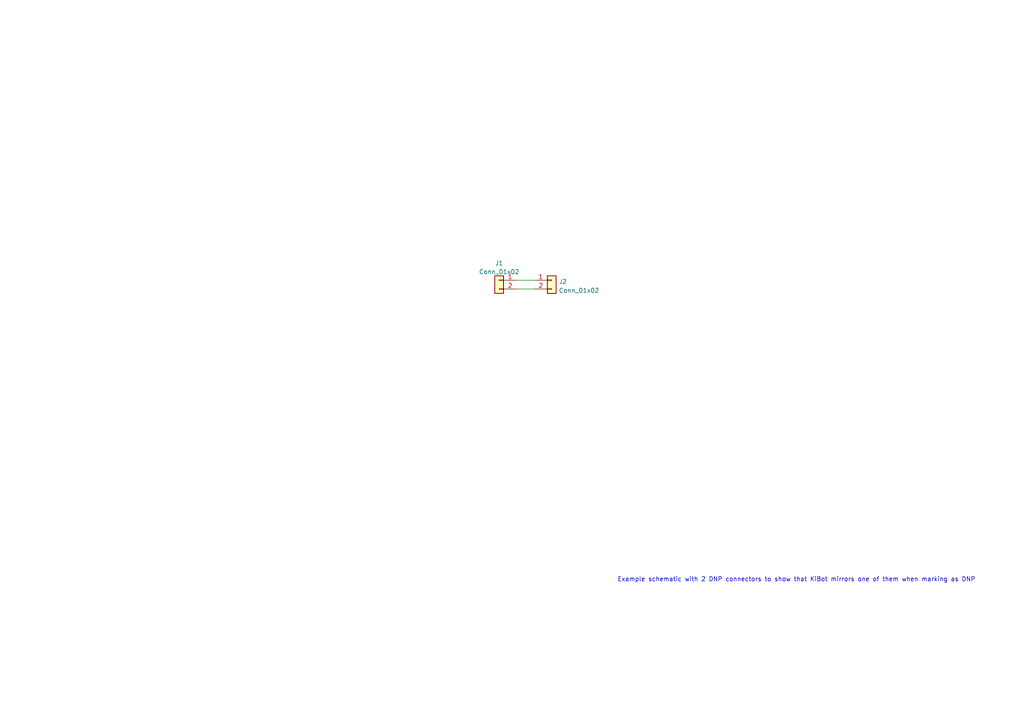
<source format=kicad_sch>
(kicad_sch (version 20211123) (generator eeschema)
  (paper "A4")
  (lib_symbols
    (symbol "Connector_Generic:Conn_01x02" (pin_names (offset 1.016) hide)
      (property "Reference" "J" (at 0 2.54 0))
      (property "Value" "Conn_01x02" (at 0 -5.08 0))
      (symbol "Conn_01x02_1_1"
        (rectangle (start -1.27 -2.413) (end 0 -2.667) (stroke (width 0.1524)))
        (rectangle (start -1.27 0.127) (end 0 -0.127) (stroke (width 0.1524)))
        (rectangle (start -1.27 1.27) (end 1.27 -3.81) (stroke (width 0.254)) (fill (type background)))
        (pin passive line (at -5.08 0 0) (length 3.81) (name "Pin_1") (number "1"))
        (pin passive line (at -5.08 -2.54 0) (length 3.81) (name "Pin_2") (number "2"))
      )
    )
  )
  (wire (pts (xy 149.86 83.82) (xy 154.94 83.82)))
  (wire (pts (xy 149.86 81.28) (xy 154.94 81.28)))
  (text "Example schematic with 2 DNP connectors to show that KiBot mirrors one of them when marking as DNP" (at 179.07 168.91 0) (effects (font (size 1.27 1.27)) (justify left bottom)))
  (symbol (lib_id "Connector_Generic:Conn_01x02") (at 160.02 81.28 0) (unit 1)
    (property "Reference" "J2" (at 162.052 81.7153 0) (effects (justify left)))
    (property "Value" "Conn_01x02" (at 162.052 84.2522 0) (effects (justify left)))
    (property "Config" "DNP" (effects hide))
  )
  (symbol (lib_id "Connector_Generic:Conn_01x02") (at 144.78 81.28 0) (mirror y) (unit 1)
    (property "Reference" "J1" (at 144.78 76.3102 0))
    (property "Value" "Conn_01x02" (at 144.78 78.8471 0))
    (property "Config" "DNP" (effects hide))
  )
)
</source>
